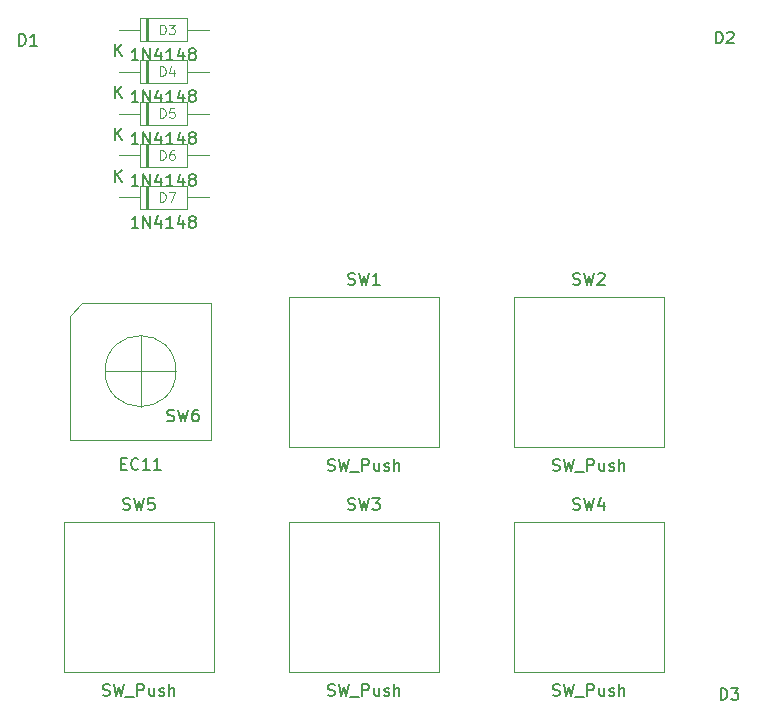
<source format=gbr>
%TF.GenerationSoftware,KiCad,Pcbnew,9.0.6*%
%TF.CreationDate,2026-01-21T20:04:43-06:00*%
%TF.ProjectId,test test,74657374-2074-4657-9374-2e6b69636164,rev?*%
%TF.SameCoordinates,Original*%
%TF.FileFunction,AssemblyDrawing,Top*%
%FSLAX46Y46*%
G04 Gerber Fmt 4.6, Leading zero omitted, Abs format (unit mm)*
G04 Created by KiCad (PCBNEW 9.0.6) date 2026-01-21 20:04:43*
%MOMM*%
%LPD*%
G01*
G04 APERTURE LIST*
%ADD10C,0.150000*%
%ADD11C,0.120000*%
%ADD12C,0.100000*%
G04 APERTURE END LIST*
D10*
X73767142Y-66374819D02*
X73195714Y-66374819D01*
X73481428Y-66374819D02*
X73481428Y-65374819D01*
X73481428Y-65374819D02*
X73386190Y-65517676D01*
X73386190Y-65517676D02*
X73290952Y-65612914D01*
X73290952Y-65612914D02*
X73195714Y-65660533D01*
X74195714Y-66374819D02*
X74195714Y-65374819D01*
X74195714Y-65374819D02*
X74767142Y-66374819D01*
X74767142Y-66374819D02*
X74767142Y-65374819D01*
X75671904Y-65708152D02*
X75671904Y-66374819D01*
X75433809Y-65327200D02*
X75195714Y-66041485D01*
X75195714Y-66041485D02*
X75814761Y-66041485D01*
X76719523Y-66374819D02*
X76148095Y-66374819D01*
X76433809Y-66374819D02*
X76433809Y-65374819D01*
X76433809Y-65374819D02*
X76338571Y-65517676D01*
X76338571Y-65517676D02*
X76243333Y-65612914D01*
X76243333Y-65612914D02*
X76148095Y-65660533D01*
X77576666Y-65708152D02*
X77576666Y-66374819D01*
X77338571Y-65327200D02*
X77100476Y-66041485D01*
X77100476Y-66041485D02*
X77719523Y-66041485D01*
X78243333Y-65803390D02*
X78148095Y-65755771D01*
X78148095Y-65755771D02*
X78100476Y-65708152D01*
X78100476Y-65708152D02*
X78052857Y-65612914D01*
X78052857Y-65612914D02*
X78052857Y-65565295D01*
X78052857Y-65565295D02*
X78100476Y-65470057D01*
X78100476Y-65470057D02*
X78148095Y-65422438D01*
X78148095Y-65422438D02*
X78243333Y-65374819D01*
X78243333Y-65374819D02*
X78433809Y-65374819D01*
X78433809Y-65374819D02*
X78529047Y-65422438D01*
X78529047Y-65422438D02*
X78576666Y-65470057D01*
X78576666Y-65470057D02*
X78624285Y-65565295D01*
X78624285Y-65565295D02*
X78624285Y-65612914D01*
X78624285Y-65612914D02*
X78576666Y-65708152D01*
X78576666Y-65708152D02*
X78529047Y-65755771D01*
X78529047Y-65755771D02*
X78433809Y-65803390D01*
X78433809Y-65803390D02*
X78243333Y-65803390D01*
X78243333Y-65803390D02*
X78148095Y-65851009D01*
X78148095Y-65851009D02*
X78100476Y-65898628D01*
X78100476Y-65898628D02*
X78052857Y-65993866D01*
X78052857Y-65993866D02*
X78052857Y-66184342D01*
X78052857Y-66184342D02*
X78100476Y-66279580D01*
X78100476Y-66279580D02*
X78148095Y-66327200D01*
X78148095Y-66327200D02*
X78243333Y-66374819D01*
X78243333Y-66374819D02*
X78433809Y-66374819D01*
X78433809Y-66374819D02*
X78529047Y-66327200D01*
X78529047Y-66327200D02*
X78576666Y-66279580D01*
X78576666Y-66279580D02*
X78624285Y-66184342D01*
X78624285Y-66184342D02*
X78624285Y-65993866D01*
X78624285Y-65993866D02*
X78576666Y-65898628D01*
X78576666Y-65898628D02*
X78529047Y-65851009D01*
X78529047Y-65851009D02*
X78433809Y-65803390D01*
D11*
X75619524Y-64163855D02*
X75619524Y-63363855D01*
X75619524Y-63363855D02*
X75810000Y-63363855D01*
X75810000Y-63363855D02*
X75924286Y-63401950D01*
X75924286Y-63401950D02*
X76000476Y-63478140D01*
X76000476Y-63478140D02*
X76038571Y-63554331D01*
X76038571Y-63554331D02*
X76076667Y-63706712D01*
X76076667Y-63706712D02*
X76076667Y-63820998D01*
X76076667Y-63820998D02*
X76038571Y-63973379D01*
X76038571Y-63973379D02*
X76000476Y-64049569D01*
X76000476Y-64049569D02*
X75924286Y-64125760D01*
X75924286Y-64125760D02*
X75810000Y-64163855D01*
X75810000Y-64163855D02*
X75619524Y-64163855D01*
X76800476Y-63363855D02*
X76419524Y-63363855D01*
X76419524Y-63363855D02*
X76381428Y-63744807D01*
X76381428Y-63744807D02*
X76419524Y-63706712D01*
X76419524Y-63706712D02*
X76495714Y-63668617D01*
X76495714Y-63668617D02*
X76686190Y-63668617D01*
X76686190Y-63668617D02*
X76762381Y-63706712D01*
X76762381Y-63706712D02*
X76800476Y-63744807D01*
X76800476Y-63744807D02*
X76838571Y-63820998D01*
X76838571Y-63820998D02*
X76838571Y-64011474D01*
X76838571Y-64011474D02*
X76800476Y-64087664D01*
X76800476Y-64087664D02*
X76762381Y-64125760D01*
X76762381Y-64125760D02*
X76686190Y-64163855D01*
X76686190Y-64163855D02*
X76495714Y-64163855D01*
X76495714Y-64163855D02*
X76419524Y-64125760D01*
X76419524Y-64125760D02*
X76381428Y-64087664D01*
D10*
X71838095Y-62454819D02*
X71838095Y-61454819D01*
X72409523Y-62454819D02*
X71980952Y-61883390D01*
X72409523Y-61454819D02*
X71838095Y-62026247D01*
X122661905Y-57854819D02*
X122661905Y-56854819D01*
X122661905Y-56854819D02*
X122900000Y-56854819D01*
X122900000Y-56854819D02*
X123042857Y-56902438D01*
X123042857Y-56902438D02*
X123138095Y-56997676D01*
X123138095Y-56997676D02*
X123185714Y-57092914D01*
X123185714Y-57092914D02*
X123233333Y-57283390D01*
X123233333Y-57283390D02*
X123233333Y-57426247D01*
X123233333Y-57426247D02*
X123185714Y-57616723D01*
X123185714Y-57616723D02*
X123138095Y-57711961D01*
X123138095Y-57711961D02*
X123042857Y-57807200D01*
X123042857Y-57807200D02*
X122900000Y-57854819D01*
X122900000Y-57854819D02*
X122661905Y-57854819D01*
X123614286Y-56950057D02*
X123661905Y-56902438D01*
X123661905Y-56902438D02*
X123757143Y-56854819D01*
X123757143Y-56854819D02*
X123995238Y-56854819D01*
X123995238Y-56854819D02*
X124090476Y-56902438D01*
X124090476Y-56902438D02*
X124138095Y-56950057D01*
X124138095Y-56950057D02*
X124185714Y-57045295D01*
X124185714Y-57045295D02*
X124185714Y-57140533D01*
X124185714Y-57140533D02*
X124138095Y-57283390D01*
X124138095Y-57283390D02*
X123566667Y-57854819D01*
X123566667Y-57854819D02*
X124185714Y-57854819D01*
X72295833Y-93437209D02*
X72629166Y-93437209D01*
X72772023Y-93961019D02*
X72295833Y-93961019D01*
X72295833Y-93961019D02*
X72295833Y-92961019D01*
X72295833Y-92961019D02*
X72772023Y-92961019D01*
X73772023Y-93865780D02*
X73724404Y-93913400D01*
X73724404Y-93913400D02*
X73581547Y-93961019D01*
X73581547Y-93961019D02*
X73486309Y-93961019D01*
X73486309Y-93961019D02*
X73343452Y-93913400D01*
X73343452Y-93913400D02*
X73248214Y-93818161D01*
X73248214Y-93818161D02*
X73200595Y-93722923D01*
X73200595Y-93722923D02*
X73152976Y-93532447D01*
X73152976Y-93532447D02*
X73152976Y-93389590D01*
X73152976Y-93389590D02*
X73200595Y-93199114D01*
X73200595Y-93199114D02*
X73248214Y-93103876D01*
X73248214Y-93103876D02*
X73343452Y-93008638D01*
X73343452Y-93008638D02*
X73486309Y-92961019D01*
X73486309Y-92961019D02*
X73581547Y-92961019D01*
X73581547Y-92961019D02*
X73724404Y-93008638D01*
X73724404Y-93008638D02*
X73772023Y-93056257D01*
X74724404Y-93961019D02*
X74152976Y-93961019D01*
X74438690Y-93961019D02*
X74438690Y-92961019D01*
X74438690Y-92961019D02*
X74343452Y-93103876D01*
X74343452Y-93103876D02*
X74248214Y-93199114D01*
X74248214Y-93199114D02*
X74152976Y-93246733D01*
X75676785Y-93961019D02*
X75105357Y-93961019D01*
X75391071Y-93961019D02*
X75391071Y-92961019D01*
X75391071Y-92961019D02*
X75295833Y-93103876D01*
X75295833Y-93103876D02*
X75200595Y-93199114D01*
X75200595Y-93199114D02*
X75105357Y-93246733D01*
X76229167Y-89813400D02*
X76372024Y-89861019D01*
X76372024Y-89861019D02*
X76610119Y-89861019D01*
X76610119Y-89861019D02*
X76705357Y-89813400D01*
X76705357Y-89813400D02*
X76752976Y-89765780D01*
X76752976Y-89765780D02*
X76800595Y-89670542D01*
X76800595Y-89670542D02*
X76800595Y-89575304D01*
X76800595Y-89575304D02*
X76752976Y-89480066D01*
X76752976Y-89480066D02*
X76705357Y-89432447D01*
X76705357Y-89432447D02*
X76610119Y-89384828D01*
X76610119Y-89384828D02*
X76419643Y-89337209D01*
X76419643Y-89337209D02*
X76324405Y-89289590D01*
X76324405Y-89289590D02*
X76276786Y-89241971D01*
X76276786Y-89241971D02*
X76229167Y-89146733D01*
X76229167Y-89146733D02*
X76229167Y-89051495D01*
X76229167Y-89051495D02*
X76276786Y-88956257D01*
X76276786Y-88956257D02*
X76324405Y-88908638D01*
X76324405Y-88908638D02*
X76419643Y-88861019D01*
X76419643Y-88861019D02*
X76657738Y-88861019D01*
X76657738Y-88861019D02*
X76800595Y-88908638D01*
X77133929Y-88861019D02*
X77372024Y-89861019D01*
X77372024Y-89861019D02*
X77562500Y-89146733D01*
X77562500Y-89146733D02*
X77752976Y-89861019D01*
X77752976Y-89861019D02*
X77991072Y-88861019D01*
X78800595Y-88861019D02*
X78610119Y-88861019D01*
X78610119Y-88861019D02*
X78514881Y-88908638D01*
X78514881Y-88908638D02*
X78467262Y-88956257D01*
X78467262Y-88956257D02*
X78372024Y-89099114D01*
X78372024Y-89099114D02*
X78324405Y-89289590D01*
X78324405Y-89289590D02*
X78324405Y-89670542D01*
X78324405Y-89670542D02*
X78372024Y-89765780D01*
X78372024Y-89765780D02*
X78419643Y-89813400D01*
X78419643Y-89813400D02*
X78514881Y-89861019D01*
X78514881Y-89861019D02*
X78705357Y-89861019D01*
X78705357Y-89861019D02*
X78800595Y-89813400D01*
X78800595Y-89813400D02*
X78848214Y-89765780D01*
X78848214Y-89765780D02*
X78895833Y-89670542D01*
X78895833Y-89670542D02*
X78895833Y-89432447D01*
X78895833Y-89432447D02*
X78848214Y-89337209D01*
X78848214Y-89337209D02*
X78800595Y-89289590D01*
X78800595Y-89289590D02*
X78705357Y-89241971D01*
X78705357Y-89241971D02*
X78514881Y-89241971D01*
X78514881Y-89241971D02*
X78419643Y-89289590D01*
X78419643Y-89289590D02*
X78372024Y-89337209D01*
X78372024Y-89337209D02*
X78324405Y-89432447D01*
X108871181Y-113056200D02*
X109014038Y-113103819D01*
X109014038Y-113103819D02*
X109252133Y-113103819D01*
X109252133Y-113103819D02*
X109347371Y-113056200D01*
X109347371Y-113056200D02*
X109394990Y-113008580D01*
X109394990Y-113008580D02*
X109442609Y-112913342D01*
X109442609Y-112913342D02*
X109442609Y-112818104D01*
X109442609Y-112818104D02*
X109394990Y-112722866D01*
X109394990Y-112722866D02*
X109347371Y-112675247D01*
X109347371Y-112675247D02*
X109252133Y-112627628D01*
X109252133Y-112627628D02*
X109061657Y-112580009D01*
X109061657Y-112580009D02*
X108966419Y-112532390D01*
X108966419Y-112532390D02*
X108918800Y-112484771D01*
X108918800Y-112484771D02*
X108871181Y-112389533D01*
X108871181Y-112389533D02*
X108871181Y-112294295D01*
X108871181Y-112294295D02*
X108918800Y-112199057D01*
X108918800Y-112199057D02*
X108966419Y-112151438D01*
X108966419Y-112151438D02*
X109061657Y-112103819D01*
X109061657Y-112103819D02*
X109299752Y-112103819D01*
X109299752Y-112103819D02*
X109442609Y-112151438D01*
X109775943Y-112103819D02*
X110014038Y-113103819D01*
X110014038Y-113103819D02*
X110204514Y-112389533D01*
X110204514Y-112389533D02*
X110394990Y-113103819D01*
X110394990Y-113103819D02*
X110633086Y-112103819D01*
X110775943Y-113199057D02*
X111537847Y-113199057D01*
X111775943Y-113103819D02*
X111775943Y-112103819D01*
X111775943Y-112103819D02*
X112156895Y-112103819D01*
X112156895Y-112103819D02*
X112252133Y-112151438D01*
X112252133Y-112151438D02*
X112299752Y-112199057D01*
X112299752Y-112199057D02*
X112347371Y-112294295D01*
X112347371Y-112294295D02*
X112347371Y-112437152D01*
X112347371Y-112437152D02*
X112299752Y-112532390D01*
X112299752Y-112532390D02*
X112252133Y-112580009D01*
X112252133Y-112580009D02*
X112156895Y-112627628D01*
X112156895Y-112627628D02*
X111775943Y-112627628D01*
X113204514Y-112437152D02*
X113204514Y-113103819D01*
X112775943Y-112437152D02*
X112775943Y-112960961D01*
X112775943Y-112960961D02*
X112823562Y-113056200D01*
X112823562Y-113056200D02*
X112918800Y-113103819D01*
X112918800Y-113103819D02*
X113061657Y-113103819D01*
X113061657Y-113103819D02*
X113156895Y-113056200D01*
X113156895Y-113056200D02*
X113204514Y-113008580D01*
X113633086Y-113056200D02*
X113728324Y-113103819D01*
X113728324Y-113103819D02*
X113918800Y-113103819D01*
X113918800Y-113103819D02*
X114014038Y-113056200D01*
X114014038Y-113056200D02*
X114061657Y-112960961D01*
X114061657Y-112960961D02*
X114061657Y-112913342D01*
X114061657Y-112913342D02*
X114014038Y-112818104D01*
X114014038Y-112818104D02*
X113918800Y-112770485D01*
X113918800Y-112770485D02*
X113775943Y-112770485D01*
X113775943Y-112770485D02*
X113680705Y-112722866D01*
X113680705Y-112722866D02*
X113633086Y-112627628D01*
X113633086Y-112627628D02*
X113633086Y-112580009D01*
X113633086Y-112580009D02*
X113680705Y-112484771D01*
X113680705Y-112484771D02*
X113775943Y-112437152D01*
X113775943Y-112437152D02*
X113918800Y-112437152D01*
X113918800Y-112437152D02*
X114014038Y-112484771D01*
X114490229Y-113103819D02*
X114490229Y-112103819D01*
X114918800Y-113103819D02*
X114918800Y-112580009D01*
X114918800Y-112580009D02*
X114871181Y-112484771D01*
X114871181Y-112484771D02*
X114775943Y-112437152D01*
X114775943Y-112437152D02*
X114633086Y-112437152D01*
X114633086Y-112437152D02*
X114537848Y-112484771D01*
X114537848Y-112484771D02*
X114490229Y-112532390D01*
X110585467Y-97308200D02*
X110728324Y-97355819D01*
X110728324Y-97355819D02*
X110966419Y-97355819D01*
X110966419Y-97355819D02*
X111061657Y-97308200D01*
X111061657Y-97308200D02*
X111109276Y-97260580D01*
X111109276Y-97260580D02*
X111156895Y-97165342D01*
X111156895Y-97165342D02*
X111156895Y-97070104D01*
X111156895Y-97070104D02*
X111109276Y-96974866D01*
X111109276Y-96974866D02*
X111061657Y-96927247D01*
X111061657Y-96927247D02*
X110966419Y-96879628D01*
X110966419Y-96879628D02*
X110775943Y-96832009D01*
X110775943Y-96832009D02*
X110680705Y-96784390D01*
X110680705Y-96784390D02*
X110633086Y-96736771D01*
X110633086Y-96736771D02*
X110585467Y-96641533D01*
X110585467Y-96641533D02*
X110585467Y-96546295D01*
X110585467Y-96546295D02*
X110633086Y-96451057D01*
X110633086Y-96451057D02*
X110680705Y-96403438D01*
X110680705Y-96403438D02*
X110775943Y-96355819D01*
X110775943Y-96355819D02*
X111014038Y-96355819D01*
X111014038Y-96355819D02*
X111156895Y-96403438D01*
X111490229Y-96355819D02*
X111728324Y-97355819D01*
X111728324Y-97355819D02*
X111918800Y-96641533D01*
X111918800Y-96641533D02*
X112109276Y-97355819D01*
X112109276Y-97355819D02*
X112347372Y-96355819D01*
X113156895Y-96689152D02*
X113156895Y-97355819D01*
X112918800Y-96308200D02*
X112680705Y-97022485D01*
X112680705Y-97022485D02*
X113299752Y-97022485D01*
X70771181Y-113056200D02*
X70914038Y-113103819D01*
X70914038Y-113103819D02*
X71152133Y-113103819D01*
X71152133Y-113103819D02*
X71247371Y-113056200D01*
X71247371Y-113056200D02*
X71294990Y-113008580D01*
X71294990Y-113008580D02*
X71342609Y-112913342D01*
X71342609Y-112913342D02*
X71342609Y-112818104D01*
X71342609Y-112818104D02*
X71294990Y-112722866D01*
X71294990Y-112722866D02*
X71247371Y-112675247D01*
X71247371Y-112675247D02*
X71152133Y-112627628D01*
X71152133Y-112627628D02*
X70961657Y-112580009D01*
X70961657Y-112580009D02*
X70866419Y-112532390D01*
X70866419Y-112532390D02*
X70818800Y-112484771D01*
X70818800Y-112484771D02*
X70771181Y-112389533D01*
X70771181Y-112389533D02*
X70771181Y-112294295D01*
X70771181Y-112294295D02*
X70818800Y-112199057D01*
X70818800Y-112199057D02*
X70866419Y-112151438D01*
X70866419Y-112151438D02*
X70961657Y-112103819D01*
X70961657Y-112103819D02*
X71199752Y-112103819D01*
X71199752Y-112103819D02*
X71342609Y-112151438D01*
X71675943Y-112103819D02*
X71914038Y-113103819D01*
X71914038Y-113103819D02*
X72104514Y-112389533D01*
X72104514Y-112389533D02*
X72294990Y-113103819D01*
X72294990Y-113103819D02*
X72533086Y-112103819D01*
X72675943Y-113199057D02*
X73437847Y-113199057D01*
X73675943Y-113103819D02*
X73675943Y-112103819D01*
X73675943Y-112103819D02*
X74056895Y-112103819D01*
X74056895Y-112103819D02*
X74152133Y-112151438D01*
X74152133Y-112151438D02*
X74199752Y-112199057D01*
X74199752Y-112199057D02*
X74247371Y-112294295D01*
X74247371Y-112294295D02*
X74247371Y-112437152D01*
X74247371Y-112437152D02*
X74199752Y-112532390D01*
X74199752Y-112532390D02*
X74152133Y-112580009D01*
X74152133Y-112580009D02*
X74056895Y-112627628D01*
X74056895Y-112627628D02*
X73675943Y-112627628D01*
X75104514Y-112437152D02*
X75104514Y-113103819D01*
X74675943Y-112437152D02*
X74675943Y-112960961D01*
X74675943Y-112960961D02*
X74723562Y-113056200D01*
X74723562Y-113056200D02*
X74818800Y-113103819D01*
X74818800Y-113103819D02*
X74961657Y-113103819D01*
X74961657Y-113103819D02*
X75056895Y-113056200D01*
X75056895Y-113056200D02*
X75104514Y-113008580D01*
X75533086Y-113056200D02*
X75628324Y-113103819D01*
X75628324Y-113103819D02*
X75818800Y-113103819D01*
X75818800Y-113103819D02*
X75914038Y-113056200D01*
X75914038Y-113056200D02*
X75961657Y-112960961D01*
X75961657Y-112960961D02*
X75961657Y-112913342D01*
X75961657Y-112913342D02*
X75914038Y-112818104D01*
X75914038Y-112818104D02*
X75818800Y-112770485D01*
X75818800Y-112770485D02*
X75675943Y-112770485D01*
X75675943Y-112770485D02*
X75580705Y-112722866D01*
X75580705Y-112722866D02*
X75533086Y-112627628D01*
X75533086Y-112627628D02*
X75533086Y-112580009D01*
X75533086Y-112580009D02*
X75580705Y-112484771D01*
X75580705Y-112484771D02*
X75675943Y-112437152D01*
X75675943Y-112437152D02*
X75818800Y-112437152D01*
X75818800Y-112437152D02*
X75914038Y-112484771D01*
X76390229Y-113103819D02*
X76390229Y-112103819D01*
X76818800Y-113103819D02*
X76818800Y-112580009D01*
X76818800Y-112580009D02*
X76771181Y-112484771D01*
X76771181Y-112484771D02*
X76675943Y-112437152D01*
X76675943Y-112437152D02*
X76533086Y-112437152D01*
X76533086Y-112437152D02*
X76437848Y-112484771D01*
X76437848Y-112484771D02*
X76390229Y-112532390D01*
X72485467Y-97308200D02*
X72628324Y-97355819D01*
X72628324Y-97355819D02*
X72866419Y-97355819D01*
X72866419Y-97355819D02*
X72961657Y-97308200D01*
X72961657Y-97308200D02*
X73009276Y-97260580D01*
X73009276Y-97260580D02*
X73056895Y-97165342D01*
X73056895Y-97165342D02*
X73056895Y-97070104D01*
X73056895Y-97070104D02*
X73009276Y-96974866D01*
X73009276Y-96974866D02*
X72961657Y-96927247D01*
X72961657Y-96927247D02*
X72866419Y-96879628D01*
X72866419Y-96879628D02*
X72675943Y-96832009D01*
X72675943Y-96832009D02*
X72580705Y-96784390D01*
X72580705Y-96784390D02*
X72533086Y-96736771D01*
X72533086Y-96736771D02*
X72485467Y-96641533D01*
X72485467Y-96641533D02*
X72485467Y-96546295D01*
X72485467Y-96546295D02*
X72533086Y-96451057D01*
X72533086Y-96451057D02*
X72580705Y-96403438D01*
X72580705Y-96403438D02*
X72675943Y-96355819D01*
X72675943Y-96355819D02*
X72914038Y-96355819D01*
X72914038Y-96355819D02*
X73056895Y-96403438D01*
X73390229Y-96355819D02*
X73628324Y-97355819D01*
X73628324Y-97355819D02*
X73818800Y-96641533D01*
X73818800Y-96641533D02*
X74009276Y-97355819D01*
X74009276Y-97355819D02*
X74247372Y-96355819D01*
X75104514Y-96355819D02*
X74628324Y-96355819D01*
X74628324Y-96355819D02*
X74580705Y-96832009D01*
X74580705Y-96832009D02*
X74628324Y-96784390D01*
X74628324Y-96784390D02*
X74723562Y-96736771D01*
X74723562Y-96736771D02*
X74961657Y-96736771D01*
X74961657Y-96736771D02*
X75056895Y-96784390D01*
X75056895Y-96784390D02*
X75104514Y-96832009D01*
X75104514Y-96832009D02*
X75152133Y-96927247D01*
X75152133Y-96927247D02*
X75152133Y-97165342D01*
X75152133Y-97165342D02*
X75104514Y-97260580D01*
X75104514Y-97260580D02*
X75056895Y-97308200D01*
X75056895Y-97308200D02*
X74961657Y-97355819D01*
X74961657Y-97355819D02*
X74723562Y-97355819D01*
X74723562Y-97355819D02*
X74628324Y-97308200D01*
X74628324Y-97308200D02*
X74580705Y-97260580D01*
X89821181Y-94006200D02*
X89964038Y-94053819D01*
X89964038Y-94053819D02*
X90202133Y-94053819D01*
X90202133Y-94053819D02*
X90297371Y-94006200D01*
X90297371Y-94006200D02*
X90344990Y-93958580D01*
X90344990Y-93958580D02*
X90392609Y-93863342D01*
X90392609Y-93863342D02*
X90392609Y-93768104D01*
X90392609Y-93768104D02*
X90344990Y-93672866D01*
X90344990Y-93672866D02*
X90297371Y-93625247D01*
X90297371Y-93625247D02*
X90202133Y-93577628D01*
X90202133Y-93577628D02*
X90011657Y-93530009D01*
X90011657Y-93530009D02*
X89916419Y-93482390D01*
X89916419Y-93482390D02*
X89868800Y-93434771D01*
X89868800Y-93434771D02*
X89821181Y-93339533D01*
X89821181Y-93339533D02*
X89821181Y-93244295D01*
X89821181Y-93244295D02*
X89868800Y-93149057D01*
X89868800Y-93149057D02*
X89916419Y-93101438D01*
X89916419Y-93101438D02*
X90011657Y-93053819D01*
X90011657Y-93053819D02*
X90249752Y-93053819D01*
X90249752Y-93053819D02*
X90392609Y-93101438D01*
X90725943Y-93053819D02*
X90964038Y-94053819D01*
X90964038Y-94053819D02*
X91154514Y-93339533D01*
X91154514Y-93339533D02*
X91344990Y-94053819D01*
X91344990Y-94053819D02*
X91583086Y-93053819D01*
X91725943Y-94149057D02*
X92487847Y-94149057D01*
X92725943Y-94053819D02*
X92725943Y-93053819D01*
X92725943Y-93053819D02*
X93106895Y-93053819D01*
X93106895Y-93053819D02*
X93202133Y-93101438D01*
X93202133Y-93101438D02*
X93249752Y-93149057D01*
X93249752Y-93149057D02*
X93297371Y-93244295D01*
X93297371Y-93244295D02*
X93297371Y-93387152D01*
X93297371Y-93387152D02*
X93249752Y-93482390D01*
X93249752Y-93482390D02*
X93202133Y-93530009D01*
X93202133Y-93530009D02*
X93106895Y-93577628D01*
X93106895Y-93577628D02*
X92725943Y-93577628D01*
X94154514Y-93387152D02*
X94154514Y-94053819D01*
X93725943Y-93387152D02*
X93725943Y-93910961D01*
X93725943Y-93910961D02*
X93773562Y-94006200D01*
X93773562Y-94006200D02*
X93868800Y-94053819D01*
X93868800Y-94053819D02*
X94011657Y-94053819D01*
X94011657Y-94053819D02*
X94106895Y-94006200D01*
X94106895Y-94006200D02*
X94154514Y-93958580D01*
X94583086Y-94006200D02*
X94678324Y-94053819D01*
X94678324Y-94053819D02*
X94868800Y-94053819D01*
X94868800Y-94053819D02*
X94964038Y-94006200D01*
X94964038Y-94006200D02*
X95011657Y-93910961D01*
X95011657Y-93910961D02*
X95011657Y-93863342D01*
X95011657Y-93863342D02*
X94964038Y-93768104D01*
X94964038Y-93768104D02*
X94868800Y-93720485D01*
X94868800Y-93720485D02*
X94725943Y-93720485D01*
X94725943Y-93720485D02*
X94630705Y-93672866D01*
X94630705Y-93672866D02*
X94583086Y-93577628D01*
X94583086Y-93577628D02*
X94583086Y-93530009D01*
X94583086Y-93530009D02*
X94630705Y-93434771D01*
X94630705Y-93434771D02*
X94725943Y-93387152D01*
X94725943Y-93387152D02*
X94868800Y-93387152D01*
X94868800Y-93387152D02*
X94964038Y-93434771D01*
X95440229Y-94053819D02*
X95440229Y-93053819D01*
X95868800Y-94053819D02*
X95868800Y-93530009D01*
X95868800Y-93530009D02*
X95821181Y-93434771D01*
X95821181Y-93434771D02*
X95725943Y-93387152D01*
X95725943Y-93387152D02*
X95583086Y-93387152D01*
X95583086Y-93387152D02*
X95487848Y-93434771D01*
X95487848Y-93434771D02*
X95440229Y-93482390D01*
X91535467Y-78258200D02*
X91678324Y-78305819D01*
X91678324Y-78305819D02*
X91916419Y-78305819D01*
X91916419Y-78305819D02*
X92011657Y-78258200D01*
X92011657Y-78258200D02*
X92059276Y-78210580D01*
X92059276Y-78210580D02*
X92106895Y-78115342D01*
X92106895Y-78115342D02*
X92106895Y-78020104D01*
X92106895Y-78020104D02*
X92059276Y-77924866D01*
X92059276Y-77924866D02*
X92011657Y-77877247D01*
X92011657Y-77877247D02*
X91916419Y-77829628D01*
X91916419Y-77829628D02*
X91725943Y-77782009D01*
X91725943Y-77782009D02*
X91630705Y-77734390D01*
X91630705Y-77734390D02*
X91583086Y-77686771D01*
X91583086Y-77686771D02*
X91535467Y-77591533D01*
X91535467Y-77591533D02*
X91535467Y-77496295D01*
X91535467Y-77496295D02*
X91583086Y-77401057D01*
X91583086Y-77401057D02*
X91630705Y-77353438D01*
X91630705Y-77353438D02*
X91725943Y-77305819D01*
X91725943Y-77305819D02*
X91964038Y-77305819D01*
X91964038Y-77305819D02*
X92106895Y-77353438D01*
X92440229Y-77305819D02*
X92678324Y-78305819D01*
X92678324Y-78305819D02*
X92868800Y-77591533D01*
X92868800Y-77591533D02*
X93059276Y-78305819D01*
X93059276Y-78305819D02*
X93297372Y-77305819D01*
X94202133Y-78305819D02*
X93630705Y-78305819D01*
X93916419Y-78305819D02*
X93916419Y-77305819D01*
X93916419Y-77305819D02*
X93821181Y-77448676D01*
X93821181Y-77448676D02*
X93725943Y-77543914D01*
X93725943Y-77543914D02*
X93630705Y-77591533D01*
X73767142Y-69924819D02*
X73195714Y-69924819D01*
X73481428Y-69924819D02*
X73481428Y-68924819D01*
X73481428Y-68924819D02*
X73386190Y-69067676D01*
X73386190Y-69067676D02*
X73290952Y-69162914D01*
X73290952Y-69162914D02*
X73195714Y-69210533D01*
X74195714Y-69924819D02*
X74195714Y-68924819D01*
X74195714Y-68924819D02*
X74767142Y-69924819D01*
X74767142Y-69924819D02*
X74767142Y-68924819D01*
X75671904Y-69258152D02*
X75671904Y-69924819D01*
X75433809Y-68877200D02*
X75195714Y-69591485D01*
X75195714Y-69591485D02*
X75814761Y-69591485D01*
X76719523Y-69924819D02*
X76148095Y-69924819D01*
X76433809Y-69924819D02*
X76433809Y-68924819D01*
X76433809Y-68924819D02*
X76338571Y-69067676D01*
X76338571Y-69067676D02*
X76243333Y-69162914D01*
X76243333Y-69162914D02*
X76148095Y-69210533D01*
X77576666Y-69258152D02*
X77576666Y-69924819D01*
X77338571Y-68877200D02*
X77100476Y-69591485D01*
X77100476Y-69591485D02*
X77719523Y-69591485D01*
X78243333Y-69353390D02*
X78148095Y-69305771D01*
X78148095Y-69305771D02*
X78100476Y-69258152D01*
X78100476Y-69258152D02*
X78052857Y-69162914D01*
X78052857Y-69162914D02*
X78052857Y-69115295D01*
X78052857Y-69115295D02*
X78100476Y-69020057D01*
X78100476Y-69020057D02*
X78148095Y-68972438D01*
X78148095Y-68972438D02*
X78243333Y-68924819D01*
X78243333Y-68924819D02*
X78433809Y-68924819D01*
X78433809Y-68924819D02*
X78529047Y-68972438D01*
X78529047Y-68972438D02*
X78576666Y-69020057D01*
X78576666Y-69020057D02*
X78624285Y-69115295D01*
X78624285Y-69115295D02*
X78624285Y-69162914D01*
X78624285Y-69162914D02*
X78576666Y-69258152D01*
X78576666Y-69258152D02*
X78529047Y-69305771D01*
X78529047Y-69305771D02*
X78433809Y-69353390D01*
X78433809Y-69353390D02*
X78243333Y-69353390D01*
X78243333Y-69353390D02*
X78148095Y-69401009D01*
X78148095Y-69401009D02*
X78100476Y-69448628D01*
X78100476Y-69448628D02*
X78052857Y-69543866D01*
X78052857Y-69543866D02*
X78052857Y-69734342D01*
X78052857Y-69734342D02*
X78100476Y-69829580D01*
X78100476Y-69829580D02*
X78148095Y-69877200D01*
X78148095Y-69877200D02*
X78243333Y-69924819D01*
X78243333Y-69924819D02*
X78433809Y-69924819D01*
X78433809Y-69924819D02*
X78529047Y-69877200D01*
X78529047Y-69877200D02*
X78576666Y-69829580D01*
X78576666Y-69829580D02*
X78624285Y-69734342D01*
X78624285Y-69734342D02*
X78624285Y-69543866D01*
X78624285Y-69543866D02*
X78576666Y-69448628D01*
X78576666Y-69448628D02*
X78529047Y-69401009D01*
X78529047Y-69401009D02*
X78433809Y-69353390D01*
D11*
X75619524Y-67713855D02*
X75619524Y-66913855D01*
X75619524Y-66913855D02*
X75810000Y-66913855D01*
X75810000Y-66913855D02*
X75924286Y-66951950D01*
X75924286Y-66951950D02*
X76000476Y-67028140D01*
X76000476Y-67028140D02*
X76038571Y-67104331D01*
X76038571Y-67104331D02*
X76076667Y-67256712D01*
X76076667Y-67256712D02*
X76076667Y-67370998D01*
X76076667Y-67370998D02*
X76038571Y-67523379D01*
X76038571Y-67523379D02*
X76000476Y-67599569D01*
X76000476Y-67599569D02*
X75924286Y-67675760D01*
X75924286Y-67675760D02*
X75810000Y-67713855D01*
X75810000Y-67713855D02*
X75619524Y-67713855D01*
X76762381Y-66913855D02*
X76610000Y-66913855D01*
X76610000Y-66913855D02*
X76533809Y-66951950D01*
X76533809Y-66951950D02*
X76495714Y-66990045D01*
X76495714Y-66990045D02*
X76419524Y-67104331D01*
X76419524Y-67104331D02*
X76381428Y-67256712D01*
X76381428Y-67256712D02*
X76381428Y-67561474D01*
X76381428Y-67561474D02*
X76419524Y-67637664D01*
X76419524Y-67637664D02*
X76457619Y-67675760D01*
X76457619Y-67675760D02*
X76533809Y-67713855D01*
X76533809Y-67713855D02*
X76686190Y-67713855D01*
X76686190Y-67713855D02*
X76762381Y-67675760D01*
X76762381Y-67675760D02*
X76800476Y-67637664D01*
X76800476Y-67637664D02*
X76838571Y-67561474D01*
X76838571Y-67561474D02*
X76838571Y-67370998D01*
X76838571Y-67370998D02*
X76800476Y-67294807D01*
X76800476Y-67294807D02*
X76762381Y-67256712D01*
X76762381Y-67256712D02*
X76686190Y-67218617D01*
X76686190Y-67218617D02*
X76533809Y-67218617D01*
X76533809Y-67218617D02*
X76457619Y-67256712D01*
X76457619Y-67256712D02*
X76419524Y-67294807D01*
X76419524Y-67294807D02*
X76381428Y-67370998D01*
D10*
X71838095Y-66004819D02*
X71838095Y-65004819D01*
X72409523Y-66004819D02*
X71980952Y-65433390D01*
X72409523Y-65004819D02*
X71838095Y-65576247D01*
X73767142Y-62824819D02*
X73195714Y-62824819D01*
X73481428Y-62824819D02*
X73481428Y-61824819D01*
X73481428Y-61824819D02*
X73386190Y-61967676D01*
X73386190Y-61967676D02*
X73290952Y-62062914D01*
X73290952Y-62062914D02*
X73195714Y-62110533D01*
X74195714Y-62824819D02*
X74195714Y-61824819D01*
X74195714Y-61824819D02*
X74767142Y-62824819D01*
X74767142Y-62824819D02*
X74767142Y-61824819D01*
X75671904Y-62158152D02*
X75671904Y-62824819D01*
X75433809Y-61777200D02*
X75195714Y-62491485D01*
X75195714Y-62491485D02*
X75814761Y-62491485D01*
X76719523Y-62824819D02*
X76148095Y-62824819D01*
X76433809Y-62824819D02*
X76433809Y-61824819D01*
X76433809Y-61824819D02*
X76338571Y-61967676D01*
X76338571Y-61967676D02*
X76243333Y-62062914D01*
X76243333Y-62062914D02*
X76148095Y-62110533D01*
X77576666Y-62158152D02*
X77576666Y-62824819D01*
X77338571Y-61777200D02*
X77100476Y-62491485D01*
X77100476Y-62491485D02*
X77719523Y-62491485D01*
X78243333Y-62253390D02*
X78148095Y-62205771D01*
X78148095Y-62205771D02*
X78100476Y-62158152D01*
X78100476Y-62158152D02*
X78052857Y-62062914D01*
X78052857Y-62062914D02*
X78052857Y-62015295D01*
X78052857Y-62015295D02*
X78100476Y-61920057D01*
X78100476Y-61920057D02*
X78148095Y-61872438D01*
X78148095Y-61872438D02*
X78243333Y-61824819D01*
X78243333Y-61824819D02*
X78433809Y-61824819D01*
X78433809Y-61824819D02*
X78529047Y-61872438D01*
X78529047Y-61872438D02*
X78576666Y-61920057D01*
X78576666Y-61920057D02*
X78624285Y-62015295D01*
X78624285Y-62015295D02*
X78624285Y-62062914D01*
X78624285Y-62062914D02*
X78576666Y-62158152D01*
X78576666Y-62158152D02*
X78529047Y-62205771D01*
X78529047Y-62205771D02*
X78433809Y-62253390D01*
X78433809Y-62253390D02*
X78243333Y-62253390D01*
X78243333Y-62253390D02*
X78148095Y-62301009D01*
X78148095Y-62301009D02*
X78100476Y-62348628D01*
X78100476Y-62348628D02*
X78052857Y-62443866D01*
X78052857Y-62443866D02*
X78052857Y-62634342D01*
X78052857Y-62634342D02*
X78100476Y-62729580D01*
X78100476Y-62729580D02*
X78148095Y-62777200D01*
X78148095Y-62777200D02*
X78243333Y-62824819D01*
X78243333Y-62824819D02*
X78433809Y-62824819D01*
X78433809Y-62824819D02*
X78529047Y-62777200D01*
X78529047Y-62777200D02*
X78576666Y-62729580D01*
X78576666Y-62729580D02*
X78624285Y-62634342D01*
X78624285Y-62634342D02*
X78624285Y-62443866D01*
X78624285Y-62443866D02*
X78576666Y-62348628D01*
X78576666Y-62348628D02*
X78529047Y-62301009D01*
X78529047Y-62301009D02*
X78433809Y-62253390D01*
D11*
X75619524Y-60613855D02*
X75619524Y-59813855D01*
X75619524Y-59813855D02*
X75810000Y-59813855D01*
X75810000Y-59813855D02*
X75924286Y-59851950D01*
X75924286Y-59851950D02*
X76000476Y-59928140D01*
X76000476Y-59928140D02*
X76038571Y-60004331D01*
X76038571Y-60004331D02*
X76076667Y-60156712D01*
X76076667Y-60156712D02*
X76076667Y-60270998D01*
X76076667Y-60270998D02*
X76038571Y-60423379D01*
X76038571Y-60423379D02*
X76000476Y-60499569D01*
X76000476Y-60499569D02*
X75924286Y-60575760D01*
X75924286Y-60575760D02*
X75810000Y-60613855D01*
X75810000Y-60613855D02*
X75619524Y-60613855D01*
X76762381Y-60080521D02*
X76762381Y-60613855D01*
X76571905Y-59775760D02*
X76381428Y-60347188D01*
X76381428Y-60347188D02*
X76876667Y-60347188D01*
D10*
X71838095Y-58904819D02*
X71838095Y-57904819D01*
X72409523Y-58904819D02*
X71980952Y-58333390D01*
X72409523Y-57904819D02*
X71838095Y-58476247D01*
X89821181Y-113056200D02*
X89964038Y-113103819D01*
X89964038Y-113103819D02*
X90202133Y-113103819D01*
X90202133Y-113103819D02*
X90297371Y-113056200D01*
X90297371Y-113056200D02*
X90344990Y-113008580D01*
X90344990Y-113008580D02*
X90392609Y-112913342D01*
X90392609Y-112913342D02*
X90392609Y-112818104D01*
X90392609Y-112818104D02*
X90344990Y-112722866D01*
X90344990Y-112722866D02*
X90297371Y-112675247D01*
X90297371Y-112675247D02*
X90202133Y-112627628D01*
X90202133Y-112627628D02*
X90011657Y-112580009D01*
X90011657Y-112580009D02*
X89916419Y-112532390D01*
X89916419Y-112532390D02*
X89868800Y-112484771D01*
X89868800Y-112484771D02*
X89821181Y-112389533D01*
X89821181Y-112389533D02*
X89821181Y-112294295D01*
X89821181Y-112294295D02*
X89868800Y-112199057D01*
X89868800Y-112199057D02*
X89916419Y-112151438D01*
X89916419Y-112151438D02*
X90011657Y-112103819D01*
X90011657Y-112103819D02*
X90249752Y-112103819D01*
X90249752Y-112103819D02*
X90392609Y-112151438D01*
X90725943Y-112103819D02*
X90964038Y-113103819D01*
X90964038Y-113103819D02*
X91154514Y-112389533D01*
X91154514Y-112389533D02*
X91344990Y-113103819D01*
X91344990Y-113103819D02*
X91583086Y-112103819D01*
X91725943Y-113199057D02*
X92487847Y-113199057D01*
X92725943Y-113103819D02*
X92725943Y-112103819D01*
X92725943Y-112103819D02*
X93106895Y-112103819D01*
X93106895Y-112103819D02*
X93202133Y-112151438D01*
X93202133Y-112151438D02*
X93249752Y-112199057D01*
X93249752Y-112199057D02*
X93297371Y-112294295D01*
X93297371Y-112294295D02*
X93297371Y-112437152D01*
X93297371Y-112437152D02*
X93249752Y-112532390D01*
X93249752Y-112532390D02*
X93202133Y-112580009D01*
X93202133Y-112580009D02*
X93106895Y-112627628D01*
X93106895Y-112627628D02*
X92725943Y-112627628D01*
X94154514Y-112437152D02*
X94154514Y-113103819D01*
X93725943Y-112437152D02*
X93725943Y-112960961D01*
X93725943Y-112960961D02*
X93773562Y-113056200D01*
X93773562Y-113056200D02*
X93868800Y-113103819D01*
X93868800Y-113103819D02*
X94011657Y-113103819D01*
X94011657Y-113103819D02*
X94106895Y-113056200D01*
X94106895Y-113056200D02*
X94154514Y-113008580D01*
X94583086Y-113056200D02*
X94678324Y-113103819D01*
X94678324Y-113103819D02*
X94868800Y-113103819D01*
X94868800Y-113103819D02*
X94964038Y-113056200D01*
X94964038Y-113056200D02*
X95011657Y-112960961D01*
X95011657Y-112960961D02*
X95011657Y-112913342D01*
X95011657Y-112913342D02*
X94964038Y-112818104D01*
X94964038Y-112818104D02*
X94868800Y-112770485D01*
X94868800Y-112770485D02*
X94725943Y-112770485D01*
X94725943Y-112770485D02*
X94630705Y-112722866D01*
X94630705Y-112722866D02*
X94583086Y-112627628D01*
X94583086Y-112627628D02*
X94583086Y-112580009D01*
X94583086Y-112580009D02*
X94630705Y-112484771D01*
X94630705Y-112484771D02*
X94725943Y-112437152D01*
X94725943Y-112437152D02*
X94868800Y-112437152D01*
X94868800Y-112437152D02*
X94964038Y-112484771D01*
X95440229Y-113103819D02*
X95440229Y-112103819D01*
X95868800Y-113103819D02*
X95868800Y-112580009D01*
X95868800Y-112580009D02*
X95821181Y-112484771D01*
X95821181Y-112484771D02*
X95725943Y-112437152D01*
X95725943Y-112437152D02*
X95583086Y-112437152D01*
X95583086Y-112437152D02*
X95487848Y-112484771D01*
X95487848Y-112484771D02*
X95440229Y-112532390D01*
X91535467Y-97308200D02*
X91678324Y-97355819D01*
X91678324Y-97355819D02*
X91916419Y-97355819D01*
X91916419Y-97355819D02*
X92011657Y-97308200D01*
X92011657Y-97308200D02*
X92059276Y-97260580D01*
X92059276Y-97260580D02*
X92106895Y-97165342D01*
X92106895Y-97165342D02*
X92106895Y-97070104D01*
X92106895Y-97070104D02*
X92059276Y-96974866D01*
X92059276Y-96974866D02*
X92011657Y-96927247D01*
X92011657Y-96927247D02*
X91916419Y-96879628D01*
X91916419Y-96879628D02*
X91725943Y-96832009D01*
X91725943Y-96832009D02*
X91630705Y-96784390D01*
X91630705Y-96784390D02*
X91583086Y-96736771D01*
X91583086Y-96736771D02*
X91535467Y-96641533D01*
X91535467Y-96641533D02*
X91535467Y-96546295D01*
X91535467Y-96546295D02*
X91583086Y-96451057D01*
X91583086Y-96451057D02*
X91630705Y-96403438D01*
X91630705Y-96403438D02*
X91725943Y-96355819D01*
X91725943Y-96355819D02*
X91964038Y-96355819D01*
X91964038Y-96355819D02*
X92106895Y-96403438D01*
X92440229Y-96355819D02*
X92678324Y-97355819D01*
X92678324Y-97355819D02*
X92868800Y-96641533D01*
X92868800Y-96641533D02*
X93059276Y-97355819D01*
X93059276Y-97355819D02*
X93297372Y-96355819D01*
X93583086Y-96355819D02*
X94202133Y-96355819D01*
X94202133Y-96355819D02*
X93868800Y-96736771D01*
X93868800Y-96736771D02*
X94011657Y-96736771D01*
X94011657Y-96736771D02*
X94106895Y-96784390D01*
X94106895Y-96784390D02*
X94154514Y-96832009D01*
X94154514Y-96832009D02*
X94202133Y-96927247D01*
X94202133Y-96927247D02*
X94202133Y-97165342D01*
X94202133Y-97165342D02*
X94154514Y-97260580D01*
X94154514Y-97260580D02*
X94106895Y-97308200D01*
X94106895Y-97308200D02*
X94011657Y-97355819D01*
X94011657Y-97355819D02*
X93725943Y-97355819D01*
X93725943Y-97355819D02*
X93630705Y-97308200D01*
X93630705Y-97308200D02*
X93583086Y-97260580D01*
X73767142Y-73474819D02*
X73195714Y-73474819D01*
X73481428Y-73474819D02*
X73481428Y-72474819D01*
X73481428Y-72474819D02*
X73386190Y-72617676D01*
X73386190Y-72617676D02*
X73290952Y-72712914D01*
X73290952Y-72712914D02*
X73195714Y-72760533D01*
X74195714Y-73474819D02*
X74195714Y-72474819D01*
X74195714Y-72474819D02*
X74767142Y-73474819D01*
X74767142Y-73474819D02*
X74767142Y-72474819D01*
X75671904Y-72808152D02*
X75671904Y-73474819D01*
X75433809Y-72427200D02*
X75195714Y-73141485D01*
X75195714Y-73141485D02*
X75814761Y-73141485D01*
X76719523Y-73474819D02*
X76148095Y-73474819D01*
X76433809Y-73474819D02*
X76433809Y-72474819D01*
X76433809Y-72474819D02*
X76338571Y-72617676D01*
X76338571Y-72617676D02*
X76243333Y-72712914D01*
X76243333Y-72712914D02*
X76148095Y-72760533D01*
X77576666Y-72808152D02*
X77576666Y-73474819D01*
X77338571Y-72427200D02*
X77100476Y-73141485D01*
X77100476Y-73141485D02*
X77719523Y-73141485D01*
X78243333Y-72903390D02*
X78148095Y-72855771D01*
X78148095Y-72855771D02*
X78100476Y-72808152D01*
X78100476Y-72808152D02*
X78052857Y-72712914D01*
X78052857Y-72712914D02*
X78052857Y-72665295D01*
X78052857Y-72665295D02*
X78100476Y-72570057D01*
X78100476Y-72570057D02*
X78148095Y-72522438D01*
X78148095Y-72522438D02*
X78243333Y-72474819D01*
X78243333Y-72474819D02*
X78433809Y-72474819D01*
X78433809Y-72474819D02*
X78529047Y-72522438D01*
X78529047Y-72522438D02*
X78576666Y-72570057D01*
X78576666Y-72570057D02*
X78624285Y-72665295D01*
X78624285Y-72665295D02*
X78624285Y-72712914D01*
X78624285Y-72712914D02*
X78576666Y-72808152D01*
X78576666Y-72808152D02*
X78529047Y-72855771D01*
X78529047Y-72855771D02*
X78433809Y-72903390D01*
X78433809Y-72903390D02*
X78243333Y-72903390D01*
X78243333Y-72903390D02*
X78148095Y-72951009D01*
X78148095Y-72951009D02*
X78100476Y-72998628D01*
X78100476Y-72998628D02*
X78052857Y-73093866D01*
X78052857Y-73093866D02*
X78052857Y-73284342D01*
X78052857Y-73284342D02*
X78100476Y-73379580D01*
X78100476Y-73379580D02*
X78148095Y-73427200D01*
X78148095Y-73427200D02*
X78243333Y-73474819D01*
X78243333Y-73474819D02*
X78433809Y-73474819D01*
X78433809Y-73474819D02*
X78529047Y-73427200D01*
X78529047Y-73427200D02*
X78576666Y-73379580D01*
X78576666Y-73379580D02*
X78624285Y-73284342D01*
X78624285Y-73284342D02*
X78624285Y-73093866D01*
X78624285Y-73093866D02*
X78576666Y-72998628D01*
X78576666Y-72998628D02*
X78529047Y-72951009D01*
X78529047Y-72951009D02*
X78433809Y-72903390D01*
X71838095Y-69554819D02*
X71838095Y-68554819D01*
X72409523Y-69554819D02*
X71980952Y-68983390D01*
X72409523Y-68554819D02*
X71838095Y-69126247D01*
D11*
X75619524Y-71263855D02*
X75619524Y-70463855D01*
X75619524Y-70463855D02*
X75810000Y-70463855D01*
X75810000Y-70463855D02*
X75924286Y-70501950D01*
X75924286Y-70501950D02*
X76000476Y-70578140D01*
X76000476Y-70578140D02*
X76038571Y-70654331D01*
X76038571Y-70654331D02*
X76076667Y-70806712D01*
X76076667Y-70806712D02*
X76076667Y-70920998D01*
X76076667Y-70920998D02*
X76038571Y-71073379D01*
X76038571Y-71073379D02*
X76000476Y-71149569D01*
X76000476Y-71149569D02*
X75924286Y-71225760D01*
X75924286Y-71225760D02*
X75810000Y-71263855D01*
X75810000Y-71263855D02*
X75619524Y-71263855D01*
X76343333Y-70463855D02*
X76876667Y-70463855D01*
X76876667Y-70463855D02*
X76533809Y-71263855D01*
D10*
X108871181Y-94006200D02*
X109014038Y-94053819D01*
X109014038Y-94053819D02*
X109252133Y-94053819D01*
X109252133Y-94053819D02*
X109347371Y-94006200D01*
X109347371Y-94006200D02*
X109394990Y-93958580D01*
X109394990Y-93958580D02*
X109442609Y-93863342D01*
X109442609Y-93863342D02*
X109442609Y-93768104D01*
X109442609Y-93768104D02*
X109394990Y-93672866D01*
X109394990Y-93672866D02*
X109347371Y-93625247D01*
X109347371Y-93625247D02*
X109252133Y-93577628D01*
X109252133Y-93577628D02*
X109061657Y-93530009D01*
X109061657Y-93530009D02*
X108966419Y-93482390D01*
X108966419Y-93482390D02*
X108918800Y-93434771D01*
X108918800Y-93434771D02*
X108871181Y-93339533D01*
X108871181Y-93339533D02*
X108871181Y-93244295D01*
X108871181Y-93244295D02*
X108918800Y-93149057D01*
X108918800Y-93149057D02*
X108966419Y-93101438D01*
X108966419Y-93101438D02*
X109061657Y-93053819D01*
X109061657Y-93053819D02*
X109299752Y-93053819D01*
X109299752Y-93053819D02*
X109442609Y-93101438D01*
X109775943Y-93053819D02*
X110014038Y-94053819D01*
X110014038Y-94053819D02*
X110204514Y-93339533D01*
X110204514Y-93339533D02*
X110394990Y-94053819D01*
X110394990Y-94053819D02*
X110633086Y-93053819D01*
X110775943Y-94149057D02*
X111537847Y-94149057D01*
X111775943Y-94053819D02*
X111775943Y-93053819D01*
X111775943Y-93053819D02*
X112156895Y-93053819D01*
X112156895Y-93053819D02*
X112252133Y-93101438D01*
X112252133Y-93101438D02*
X112299752Y-93149057D01*
X112299752Y-93149057D02*
X112347371Y-93244295D01*
X112347371Y-93244295D02*
X112347371Y-93387152D01*
X112347371Y-93387152D02*
X112299752Y-93482390D01*
X112299752Y-93482390D02*
X112252133Y-93530009D01*
X112252133Y-93530009D02*
X112156895Y-93577628D01*
X112156895Y-93577628D02*
X111775943Y-93577628D01*
X113204514Y-93387152D02*
X113204514Y-94053819D01*
X112775943Y-93387152D02*
X112775943Y-93910961D01*
X112775943Y-93910961D02*
X112823562Y-94006200D01*
X112823562Y-94006200D02*
X112918800Y-94053819D01*
X112918800Y-94053819D02*
X113061657Y-94053819D01*
X113061657Y-94053819D02*
X113156895Y-94006200D01*
X113156895Y-94006200D02*
X113204514Y-93958580D01*
X113633086Y-94006200D02*
X113728324Y-94053819D01*
X113728324Y-94053819D02*
X113918800Y-94053819D01*
X113918800Y-94053819D02*
X114014038Y-94006200D01*
X114014038Y-94006200D02*
X114061657Y-93910961D01*
X114061657Y-93910961D02*
X114061657Y-93863342D01*
X114061657Y-93863342D02*
X114014038Y-93768104D01*
X114014038Y-93768104D02*
X113918800Y-93720485D01*
X113918800Y-93720485D02*
X113775943Y-93720485D01*
X113775943Y-93720485D02*
X113680705Y-93672866D01*
X113680705Y-93672866D02*
X113633086Y-93577628D01*
X113633086Y-93577628D02*
X113633086Y-93530009D01*
X113633086Y-93530009D02*
X113680705Y-93434771D01*
X113680705Y-93434771D02*
X113775943Y-93387152D01*
X113775943Y-93387152D02*
X113918800Y-93387152D01*
X113918800Y-93387152D02*
X114014038Y-93434771D01*
X114490229Y-94053819D02*
X114490229Y-93053819D01*
X114918800Y-94053819D02*
X114918800Y-93530009D01*
X114918800Y-93530009D02*
X114871181Y-93434771D01*
X114871181Y-93434771D02*
X114775943Y-93387152D01*
X114775943Y-93387152D02*
X114633086Y-93387152D01*
X114633086Y-93387152D02*
X114537848Y-93434771D01*
X114537848Y-93434771D02*
X114490229Y-93482390D01*
X110585467Y-78258200D02*
X110728324Y-78305819D01*
X110728324Y-78305819D02*
X110966419Y-78305819D01*
X110966419Y-78305819D02*
X111061657Y-78258200D01*
X111061657Y-78258200D02*
X111109276Y-78210580D01*
X111109276Y-78210580D02*
X111156895Y-78115342D01*
X111156895Y-78115342D02*
X111156895Y-78020104D01*
X111156895Y-78020104D02*
X111109276Y-77924866D01*
X111109276Y-77924866D02*
X111061657Y-77877247D01*
X111061657Y-77877247D02*
X110966419Y-77829628D01*
X110966419Y-77829628D02*
X110775943Y-77782009D01*
X110775943Y-77782009D02*
X110680705Y-77734390D01*
X110680705Y-77734390D02*
X110633086Y-77686771D01*
X110633086Y-77686771D02*
X110585467Y-77591533D01*
X110585467Y-77591533D02*
X110585467Y-77496295D01*
X110585467Y-77496295D02*
X110633086Y-77401057D01*
X110633086Y-77401057D02*
X110680705Y-77353438D01*
X110680705Y-77353438D02*
X110775943Y-77305819D01*
X110775943Y-77305819D02*
X111014038Y-77305819D01*
X111014038Y-77305819D02*
X111156895Y-77353438D01*
X111490229Y-77305819D02*
X111728324Y-78305819D01*
X111728324Y-78305819D02*
X111918800Y-77591533D01*
X111918800Y-77591533D02*
X112109276Y-78305819D01*
X112109276Y-78305819D02*
X112347372Y-77305819D01*
X112680705Y-77401057D02*
X112728324Y-77353438D01*
X112728324Y-77353438D02*
X112823562Y-77305819D01*
X112823562Y-77305819D02*
X113061657Y-77305819D01*
X113061657Y-77305819D02*
X113156895Y-77353438D01*
X113156895Y-77353438D02*
X113204514Y-77401057D01*
X113204514Y-77401057D02*
X113252133Y-77496295D01*
X113252133Y-77496295D02*
X113252133Y-77591533D01*
X113252133Y-77591533D02*
X113204514Y-77734390D01*
X113204514Y-77734390D02*
X112633086Y-78305819D01*
X112633086Y-78305819D02*
X113252133Y-78305819D01*
X63661905Y-58054819D02*
X63661905Y-57054819D01*
X63661905Y-57054819D02*
X63900000Y-57054819D01*
X63900000Y-57054819D02*
X64042857Y-57102438D01*
X64042857Y-57102438D02*
X64138095Y-57197676D01*
X64138095Y-57197676D02*
X64185714Y-57292914D01*
X64185714Y-57292914D02*
X64233333Y-57483390D01*
X64233333Y-57483390D02*
X64233333Y-57626247D01*
X64233333Y-57626247D02*
X64185714Y-57816723D01*
X64185714Y-57816723D02*
X64138095Y-57911961D01*
X64138095Y-57911961D02*
X64042857Y-58007200D01*
X64042857Y-58007200D02*
X63900000Y-58054819D01*
X63900000Y-58054819D02*
X63661905Y-58054819D01*
X65185714Y-58054819D02*
X64614286Y-58054819D01*
X64900000Y-58054819D02*
X64900000Y-57054819D01*
X64900000Y-57054819D02*
X64804762Y-57197676D01*
X64804762Y-57197676D02*
X64709524Y-57292914D01*
X64709524Y-57292914D02*
X64614286Y-57340533D01*
X123061905Y-113454819D02*
X123061905Y-112454819D01*
X123061905Y-112454819D02*
X123300000Y-112454819D01*
X123300000Y-112454819D02*
X123442857Y-112502438D01*
X123442857Y-112502438D02*
X123538095Y-112597676D01*
X123538095Y-112597676D02*
X123585714Y-112692914D01*
X123585714Y-112692914D02*
X123633333Y-112883390D01*
X123633333Y-112883390D02*
X123633333Y-113026247D01*
X123633333Y-113026247D02*
X123585714Y-113216723D01*
X123585714Y-113216723D02*
X123538095Y-113311961D01*
X123538095Y-113311961D02*
X123442857Y-113407200D01*
X123442857Y-113407200D02*
X123300000Y-113454819D01*
X123300000Y-113454819D02*
X123061905Y-113454819D01*
X123966667Y-112454819D02*
X124585714Y-112454819D01*
X124585714Y-112454819D02*
X124252381Y-112835771D01*
X124252381Y-112835771D02*
X124395238Y-112835771D01*
X124395238Y-112835771D02*
X124490476Y-112883390D01*
X124490476Y-112883390D02*
X124538095Y-112931009D01*
X124538095Y-112931009D02*
X124585714Y-113026247D01*
X124585714Y-113026247D02*
X124585714Y-113264342D01*
X124585714Y-113264342D02*
X124538095Y-113359580D01*
X124538095Y-113359580D02*
X124490476Y-113407200D01*
X124490476Y-113407200D02*
X124395238Y-113454819D01*
X124395238Y-113454819D02*
X124109524Y-113454819D01*
X124109524Y-113454819D02*
X124014286Y-113407200D01*
X124014286Y-113407200D02*
X123966667Y-113359580D01*
X73767142Y-59274819D02*
X73195714Y-59274819D01*
X73481428Y-59274819D02*
X73481428Y-58274819D01*
X73481428Y-58274819D02*
X73386190Y-58417676D01*
X73386190Y-58417676D02*
X73290952Y-58512914D01*
X73290952Y-58512914D02*
X73195714Y-58560533D01*
X74195714Y-59274819D02*
X74195714Y-58274819D01*
X74195714Y-58274819D02*
X74767142Y-59274819D01*
X74767142Y-59274819D02*
X74767142Y-58274819D01*
X75671904Y-58608152D02*
X75671904Y-59274819D01*
X75433809Y-58227200D02*
X75195714Y-58941485D01*
X75195714Y-58941485D02*
X75814761Y-58941485D01*
X76719523Y-59274819D02*
X76148095Y-59274819D01*
X76433809Y-59274819D02*
X76433809Y-58274819D01*
X76433809Y-58274819D02*
X76338571Y-58417676D01*
X76338571Y-58417676D02*
X76243333Y-58512914D01*
X76243333Y-58512914D02*
X76148095Y-58560533D01*
X77576666Y-58608152D02*
X77576666Y-59274819D01*
X77338571Y-58227200D02*
X77100476Y-58941485D01*
X77100476Y-58941485D02*
X77719523Y-58941485D01*
X78243333Y-58703390D02*
X78148095Y-58655771D01*
X78148095Y-58655771D02*
X78100476Y-58608152D01*
X78100476Y-58608152D02*
X78052857Y-58512914D01*
X78052857Y-58512914D02*
X78052857Y-58465295D01*
X78052857Y-58465295D02*
X78100476Y-58370057D01*
X78100476Y-58370057D02*
X78148095Y-58322438D01*
X78148095Y-58322438D02*
X78243333Y-58274819D01*
X78243333Y-58274819D02*
X78433809Y-58274819D01*
X78433809Y-58274819D02*
X78529047Y-58322438D01*
X78529047Y-58322438D02*
X78576666Y-58370057D01*
X78576666Y-58370057D02*
X78624285Y-58465295D01*
X78624285Y-58465295D02*
X78624285Y-58512914D01*
X78624285Y-58512914D02*
X78576666Y-58608152D01*
X78576666Y-58608152D02*
X78529047Y-58655771D01*
X78529047Y-58655771D02*
X78433809Y-58703390D01*
X78433809Y-58703390D02*
X78243333Y-58703390D01*
X78243333Y-58703390D02*
X78148095Y-58751009D01*
X78148095Y-58751009D02*
X78100476Y-58798628D01*
X78100476Y-58798628D02*
X78052857Y-58893866D01*
X78052857Y-58893866D02*
X78052857Y-59084342D01*
X78052857Y-59084342D02*
X78100476Y-59179580D01*
X78100476Y-59179580D02*
X78148095Y-59227200D01*
X78148095Y-59227200D02*
X78243333Y-59274819D01*
X78243333Y-59274819D02*
X78433809Y-59274819D01*
X78433809Y-59274819D02*
X78529047Y-59227200D01*
X78529047Y-59227200D02*
X78576666Y-59179580D01*
X78576666Y-59179580D02*
X78624285Y-59084342D01*
X78624285Y-59084342D02*
X78624285Y-58893866D01*
X78624285Y-58893866D02*
X78576666Y-58798628D01*
X78576666Y-58798628D02*
X78529047Y-58751009D01*
X78529047Y-58751009D02*
X78433809Y-58703390D01*
D11*
X75619524Y-57063855D02*
X75619524Y-56263855D01*
X75619524Y-56263855D02*
X75810000Y-56263855D01*
X75810000Y-56263855D02*
X75924286Y-56301950D01*
X75924286Y-56301950D02*
X76000476Y-56378140D01*
X76000476Y-56378140D02*
X76038571Y-56454331D01*
X76038571Y-56454331D02*
X76076667Y-56606712D01*
X76076667Y-56606712D02*
X76076667Y-56720998D01*
X76076667Y-56720998D02*
X76038571Y-56873379D01*
X76038571Y-56873379D02*
X76000476Y-56949569D01*
X76000476Y-56949569D02*
X75924286Y-57025760D01*
X75924286Y-57025760D02*
X75810000Y-57063855D01*
X75810000Y-57063855D02*
X75619524Y-57063855D01*
X76343333Y-56263855D02*
X76838571Y-56263855D01*
X76838571Y-56263855D02*
X76571905Y-56568617D01*
X76571905Y-56568617D02*
X76686190Y-56568617D01*
X76686190Y-56568617D02*
X76762381Y-56606712D01*
X76762381Y-56606712D02*
X76800476Y-56644807D01*
X76800476Y-56644807D02*
X76838571Y-56720998D01*
X76838571Y-56720998D02*
X76838571Y-56911474D01*
X76838571Y-56911474D02*
X76800476Y-56987664D01*
X76800476Y-56987664D02*
X76762381Y-57025760D01*
X76762381Y-57025760D02*
X76686190Y-57063855D01*
X76686190Y-57063855D02*
X76457619Y-57063855D01*
X76457619Y-57063855D02*
X76381428Y-57025760D01*
X76381428Y-57025760D02*
X76343333Y-56987664D01*
D12*
%TO.C,D5*%
X72100000Y-63800000D02*
X73910000Y-63800000D01*
X74410000Y-62800000D02*
X74410000Y-64800000D01*
X74510000Y-62800000D02*
X74510000Y-64800000D01*
X74610000Y-62800000D02*
X74610000Y-64800000D01*
X79720000Y-63800000D02*
X77910000Y-63800000D01*
X73910000Y-62800000D02*
X77910000Y-62800000D01*
X77910000Y-64800000D01*
X73910000Y-64800000D01*
X73910000Y-62800000D01*
D11*
%TO.C,SW6*%
X67962500Y-80906200D02*
X68962500Y-79806200D01*
X67962500Y-91406200D02*
X67962500Y-80906200D01*
X68962500Y-79806200D02*
X79962500Y-79806200D01*
X70962500Y-85606200D02*
X76962500Y-85606200D01*
X73962500Y-82606200D02*
X73962500Y-88606200D01*
X79962500Y-79806200D02*
X79962500Y-91406200D01*
X79962500Y-91406200D02*
X67962500Y-91406200D01*
X76962500Y-85606200D02*
G75*
G02*
X70962500Y-85606200I-3000000J0D01*
G01*
X70962500Y-85606200D02*
G75*
G02*
X76962500Y-85606200I3000000J0D01*
G01*
D12*
%TO.C,SW4*%
X105568800Y-98425000D02*
X118268800Y-98425000D01*
X105568800Y-111125000D02*
X105568800Y-98425000D01*
X118268800Y-98425000D02*
X118268800Y-111125000D01*
X118268800Y-111125000D02*
X105568800Y-111125000D01*
%TO.C,SW5*%
X67468800Y-98425000D02*
X80168800Y-98425000D01*
X67468800Y-111125000D02*
X67468800Y-98425000D01*
X80168800Y-98425000D02*
X80168800Y-111125000D01*
X80168800Y-111125000D02*
X67468800Y-111125000D01*
%TO.C,SW1*%
X86518800Y-79375000D02*
X99218800Y-79375000D01*
X86518800Y-92075000D02*
X86518800Y-79375000D01*
X99218800Y-79375000D02*
X99218800Y-92075000D01*
X99218800Y-92075000D02*
X86518800Y-92075000D01*
%TO.C,D6*%
X72100000Y-67350000D02*
X73910000Y-67350000D01*
X74410000Y-66350000D02*
X74410000Y-68350000D01*
X74510000Y-66350000D02*
X74510000Y-68350000D01*
X74610000Y-66350000D02*
X74610000Y-68350000D01*
X79720000Y-67350000D02*
X77910000Y-67350000D01*
X73910000Y-66350000D02*
X77910000Y-66350000D01*
X77910000Y-68350000D01*
X73910000Y-68350000D01*
X73910000Y-66350000D01*
%TO.C,D4*%
X72100000Y-60250000D02*
X73910000Y-60250000D01*
X74410000Y-59250000D02*
X74410000Y-61250000D01*
X74510000Y-59250000D02*
X74510000Y-61250000D01*
X74610000Y-59250000D02*
X74610000Y-61250000D01*
X79720000Y-60250000D02*
X77910000Y-60250000D01*
X73910000Y-59250000D02*
X77910000Y-59250000D01*
X77910000Y-61250000D01*
X73910000Y-61250000D01*
X73910000Y-59250000D01*
%TO.C,SW3*%
X86518800Y-98425000D02*
X99218800Y-98425000D01*
X86518800Y-111125000D02*
X86518800Y-98425000D01*
X99218800Y-98425000D02*
X99218800Y-111125000D01*
X99218800Y-111125000D02*
X86518800Y-111125000D01*
%TO.C,D7*%
X72100000Y-70900000D02*
X73910000Y-70900000D01*
X74410000Y-69900000D02*
X74410000Y-71900000D01*
X74510000Y-69900000D02*
X74510000Y-71900000D01*
X74610000Y-69900000D02*
X74610000Y-71900000D01*
X79720000Y-70900000D02*
X77910000Y-70900000D01*
X73910000Y-69900000D02*
X77910000Y-69900000D01*
X77910000Y-71900000D01*
X73910000Y-71900000D01*
X73910000Y-69900000D01*
%TO.C,SW2*%
X105568800Y-79375000D02*
X118268800Y-79375000D01*
X105568800Y-92075000D02*
X105568800Y-79375000D01*
X118268800Y-79375000D02*
X118268800Y-92075000D01*
X118268800Y-92075000D02*
X105568800Y-92075000D01*
%TO.C,D3*%
X72100000Y-56700000D02*
X73910000Y-56700000D01*
X74410000Y-55700000D02*
X74410000Y-57700000D01*
X74510000Y-55700000D02*
X74510000Y-57700000D01*
X74610000Y-55700000D02*
X74610000Y-57700000D01*
X79720000Y-56700000D02*
X77910000Y-56700000D01*
X73910000Y-55700000D02*
X77910000Y-55700000D01*
X77910000Y-57700000D01*
X73910000Y-57700000D01*
X73910000Y-55700000D01*
%TD*%
M02*

</source>
